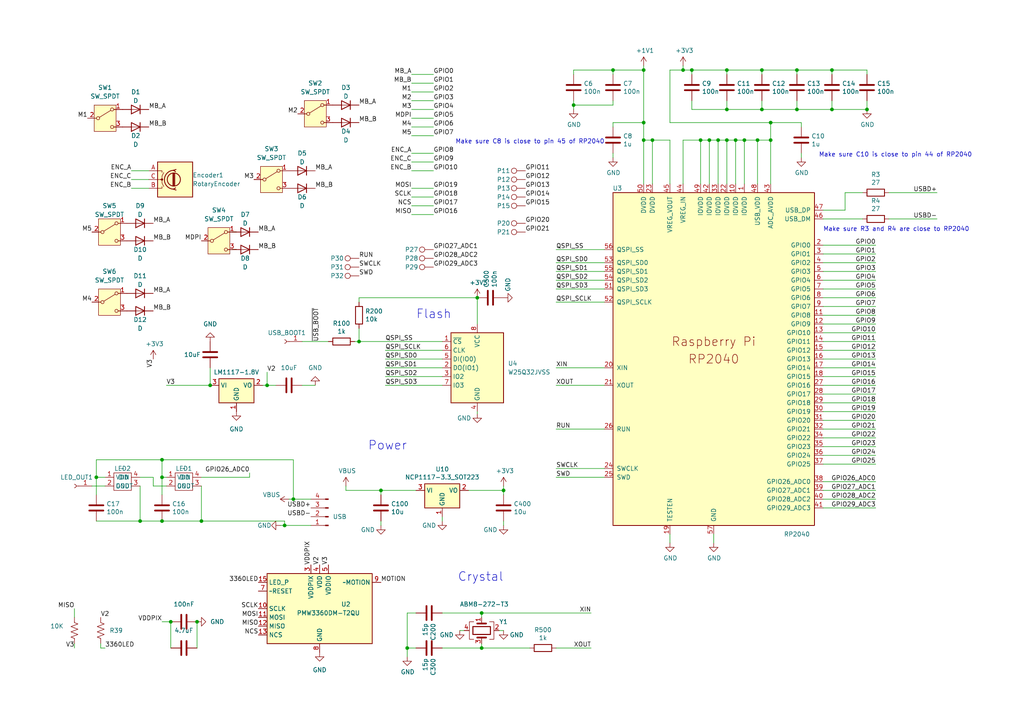
<source format=kicad_sch>
(kicad_sch (version 20231120) (generator "eeschema") (generator_version "8.0")
  (paper "A4")
  (lib_symbols
    (symbol "Connector:Conn_01x01_Socket" (pin_names (offset 1.016) hide)
      (property "Reference" "J" (at 0 2.54 0))
      (property "Value" "Conn_01x01_Socket" (at 0 -2.54 0))
      (symbol "Conn_01x01_Socket_1_1"
        (pin passive line (at -5.08 0 0) (length 3.81) (name "Pin_1") (number "1"))
      )
    )
    (symbol "Connector:Conn_01x04_Pin" (pin_names (offset 1.016) hide)
      (property "Reference" "J" (at 0 5.08 0))
      (property "Value" "Conn_01x04_Pin" (at 0 -7.62 0))
      (symbol "Conn_01x04_Pin_1_1"
        (pin passive line (at 5.08 2.54 180) (length 3.81) (name "Pin_1") (number "1"))
        (pin passive line (at 5.08 0 180) (length 3.81) (name "Pin_2") (number "2"))
        (pin passive line (at 5.08 -2.54 180) (length 3.81) (name "Pin_3") (number "3"))
        (pin passive line (at 5.08 -5.08 180) (length 3.81) (name "Pin_4") (number "4"))
      )
    )
    (symbol "Connector:TestPoint" (pin_numbers hide) (pin_names (offset 0.762) hide)
      (property "Reference" "TP" (at 0 6.858 0))
      (property "Value" "TestPoint" (at 0 5.08 0))
      (symbol "TestPoint_1_1"
        (pin passive line (at 0 0 90) (length 2.54) (name "1") (number "1"))
      )
    )
    (symbol "Device:C" (pin_numbers hide) (pin_names (offset 0.254))
      (property "Reference" "C" (at 0.635 2.54 0))
      (property "Value" "C" (at 0.635 -2.54 0))
      (symbol "C_1_1"
        (pin passive line (at 0 3.81 270) (length 2.794) (name "~") (number "1"))
        (pin passive line (at 0 -3.81 90) (length 2.794) (name "~") (number "2"))
      )
    )
    (symbol "Device:Crystal_GND24" (pin_names (offset 1.016) hide)
      (property "Reference" "Y" (at 3.175 5.08 0))
      (property "Value" "Crystal_GND24" (at 3.175 3.175 0))
      (symbol "Crystal_GND24_1_1"
        (pin passive line (at -3.81 0 0) (length 1.27) (name "1") (number "1"))
        (pin passive line (at 0 5.08 270) (length 1.27) (name "2") (number "2"))
        (pin passive line (at 3.81 0 180) (length 1.27) (name "3") (number "3"))
        (pin passive line (at 0 -5.08 90) (length 1.27) (name "4") (number "4"))
      )
    )
    (symbol "Device:D" (pin_numbers hide) (pin_names (offset 1.016) hide)
      (property "Reference" "D" (at 0 2.54 0))
      (property "Value" "D" (at 0 -2.54 0))
      (symbol "D_1_1"
        (pin passive line (at -3.81 0 0) (length 2.54) (name "K") (number "1"))
        (pin passive line (at 3.81 0 180) (length 2.54) (name "A") (number "2"))
      )
    )
    (symbol "Device:R" (pin_numbers hide) (pin_names (offset 0))
      (property "Reference" "R" (at 2.032 0 90))
      (property "Value" "R" (at 0 0 90))
      (symbol "R_1_1"
        (pin passive line (at 0 3.81 270) (length 1.27) (name "~") (number "1"))
        (pin passive line (at 0 -3.81 90) (length 1.27) (name "~") (number "2"))
      )
    )
    (symbol "Device:R_US" (pin_numbers hide) (pin_names (offset 0))
      (property "Reference" "R" (at 2.54 0 90))
      (property "Value" "R_US" (at -2.54 0 90))
      (symbol "R_US_1_1"
        (pin passive line (at 0 3.81 270) (length 1.27) (name "~") (number "1"))
        (pin passive line (at 0 -3.81 90) (length 1.27) (name "~") (number "2"))
      )
    )
    (symbol "Device:RotaryEncoder" (pin_names (offset 0.254) hide)
      (property "Reference" "SW" (at 0 6.604 0))
      (property "Value" "RotaryEncoder" (at 0 -6.604 0))
      (symbol "RotaryEncoder_1_1"
        (pin passive line (at -7.62 2.54 0) (length 2.54) (name "A") (number "A"))
        (pin passive line (at -7.62 -2.54 0) (length 2.54) (name "B") (number "B"))
        (pin passive line (at -7.62 0 0) (length 2.54) (name "C") (number "C"))
      )
    )
    (symbol "MCU_RaspberryPi_RP2040:RP2040" (pin_names (offset 1.016))
      (property "Reference" "U" (at -29.21 49.53 0))
      (property "Value" "RP2040" (at 24.13 -49.53 0))
      (symbol "RP2040_0_0"
        (text "Raspberry Pi" (at 0 5.08 0) (effects (font (size 2.54 2.54))))
        (text "RP2040" (at 0 0 0) (effects (font (size 2.54 2.54))))
      )
      (symbol "RP2040_1_1"
        (pin power_in line (at 8.89 50.8 270) (length 2.54) (name "IOVDD") (number "1"))
        (pin power_in line (at 6.35 50.8 270) (length 2.54) (name "IOVDD") (number "10"))
        (pin bidirectional line (at 31.75 12.7 180) (length 2.54) (name "GPIO8") (number "11"))
        (pin bidirectional line (at 31.75 10.16 180) (length 2.54) (name "GPIO9") (number "12"))
        (pin bidirectional line (at 31.75 7.62 180) (length 2.54) (name "GPIO10") (number "13"))
        (pin bidirectional line (at 31.75 5.08 180) (length 2.54) (name "GPIO11") (number "14"))
        (pin bidirectional line (at 31.75 2.54 180) (length 2.54) (name "GPIO12") (number "15"))
        (pin bidirectional line (at 31.75 0 180) (length 2.54) (name "GPIO13") (number "16"))
        (pin bidirectional line (at 31.75 -2.54 180) (length 2.54) (name "GPIO14") (number "17"))
        (pin bidirectional line (at 31.75 -5.08 180) (length 2.54) (name "GPIO15") (number "18"))
        (pin passive line (at -12.7 -50.8 90) (length 2.54) (name "TESTEN") (number "19"))
        (pin bidirectional line (at 31.75 33.02 180) (length 2.54) (name "GPIO0") (number "2"))
        (pin input line (at -31.75 -2.54 0) (length 2.54) (name "XIN") (number "20"))
        (pin passive line (at -31.75 -7.62 0) (length 2.54) (name "XOUT") (number "21"))
        (pin power_in line (at 3.81 50.8 270) (length 2.54) (name "IOVDD") (number "22"))
        (pin power_in line (at -17.78 50.8 270) (length 2.54) (name "DVDD") (number "23"))
        (pin output line (at -31.75 -31.75 0) (length 2.54) (name "SWCLK") (number "24"))
        (pin bidirectional line (at -31.75 -34.29 0) (length 2.54) (name "SWD") (number "25"))
        (pin input line (at -31.75 -20.32 0) (length 2.54) (name "RUN") (number "26"))
        (pin bidirectional line (at 31.75 -7.62 180) (length 2.54) (name "GPIO16") (number "27"))
        (pin bidirectional line (at 31.75 -10.16 180) (length 2.54) (name "GPIO17") (number "28"))
        (pin bidirectional line (at 31.75 -12.7 180) (length 2.54) (name "GPIO18") (number "29"))
        (pin bidirectional line (at 31.75 30.48 180) (length 2.54) (name "GPIO1") (number "3"))
        (pin bidirectional line (at 31.75 -15.24 180) (length 2.54) (name "GPIO19") (number "30"))
        (pin bidirectional line (at 31.75 -17.78 180) (length 2.54) (name "GPIO20") (number "31"))
        (pin bidirectional line (at 31.75 -20.32 180) (length 2.54) (name "GPIO21") (number "32"))
        (pin power_in line (at 1.27 50.8 270) (length 2.54) (name "IOVDD") (number "33"))
        (pin bidirectional line (at 31.75 -22.86 180) (length 2.54) (name "GPIO22") (number "34"))
        (pin bidirectional line (at 31.75 -25.4 180) (length 2.54) (name "GPIO23") (number "35"))
        (pin bidirectional line (at 31.75 -27.94 180) (length 2.54) (name "GPIO24") (number "36"))
        (pin bidirectional line (at 31.75 -30.48 180) (length 2.54) (name "GPIO25") (number "37"))
        (pin bidirectional line (at 31.75 -35.56 180) (length 2.54) (name "GPIO26_ADC0") (number "38"))
        (pin bidirectional line (at 31.75 -38.1 180) (length 2.54) (name "GPIO27_ADC1") (number "39"))
        (pin bidirectional line (at 31.75 27.94 180) (length 2.54) (name "GPIO2") (number "4"))
        (pin bidirectional line (at 31.75 -40.64 180) (length 2.54) (name "GPIO28_ADC2") (number "40"))
        (pin bidirectional line (at 31.75 -43.18 180) (length 2.54) (name "GPIO29_ADC3") (number "41"))
        (pin power_in line (at -1.27 50.8 270) (length 2.54) (name "IOVDD") (number "42"))
        (pin power_in line (at 16.51 50.8 270) (length 2.54) (name "ADC_AVDD") (number "43"))
        (pin power_in line (at -8.89 50.8 270) (length 2.54) (name "VREG_IN") (number "44"))
        (pin power_out line (at -12.7 50.8 270) (length 2.54) (name "VREG_VOUT") (number "45"))
        (pin bidirectional line (at 31.75 40.64 180) (length 2.54) (name "USB_DM") (number "46"))
        (pin bidirectional line (at 31.75 43.18 180) (length 2.54) (name "USB_DP") (number "47"))
        (pin power_in line (at 12.7 50.8 270) (length 2.54) (name "USB_VDD") (number "48"))
        (pin power_in line (at -3.81 50.8 270) (length 2.54) (name "IOVDD") (number "49"))
        (pin bidirectional line (at 31.75 25.4 180) (length 2.54) (name "GPIO3") (number "5"))
        (pin power_in line (at -20.32 50.8 270) (length 2.54) (name "DVDD") (number "50"))
        (pin bidirectional line (at -31.75 20.32 0) (length 2.54) (name "QSPI_SD3") (number "51"))
        (pin output line (at -31.75 16.51 0) (length 2.54) (name "QSPI_SCLK") (number "52"))
        (pin bidirectional line (at -31.75 27.94 0) (length 2.54) (name "QSPI_SD0") (number "53"))
        (pin bidirectional line (at -31.75 22.86 0) (length 2.54) (name "QSPI_SD2") (number "54"))
        (pin bidirectional line (at -31.75 25.4 0) (length 2.54) (name "QSPI_SD1") (number "55"))
        (pin bidirectional line (at -31.75 31.75 0) (length 2.54) (name "QSPI_SS") (number "56"))
        (pin power_in line (at 0 -50.8 90) (length 2.54) (name "GND") (number "57"))
        (pin bidirectional line (at 31.75 22.86 180) (length 2.54) (name "GPIO4") (number "6"))
        (pin bidirectional line (at 31.75 20.32 180) (length 2.54) (name "GPIO5") (number "7"))
        (pin bidirectional line (at 31.75 17.78 180) (length 2.54) (name "GPIO6") (number "8"))
        (pin bidirectional line (at 31.75 15.24 180) (length 2.54) (name "GPIO7") (number "9"))
      )
    )
    (symbol "Memory_Flash:W25Q32JVSS"
      (property "Reference" "U" (at -6.35 11.43 0))
      (property "Value" "W25Q32JVSS" (at 7.62 11.43 0))
      (symbol "W25Q32JVSS_1_1"
        (pin input line (at -10.16 7.62 0) (length 2.54) (name "~{CS}") (number "1"))
        (pin bidirectional line (at -10.16 0 0) (length 2.54) (name "DO(IO1)") (number "2"))
        (pin bidirectional line (at -10.16 -2.54 0) (length 2.54) (name "IO2") (number "3"))
        (pin power_in line (at 0 -12.7 90) (length 2.54) (name "GND") (number "4"))
        (pin bidirectional line (at -10.16 2.54 0) (length 2.54) (name "DI(IO0)") (number "5"))
        (pin input line (at -10.16 5.08 0) (length 2.54) (name "CLK") (number "6"))
        (pin bidirectional line (at -10.16 -5.08 0) (length 2.54) (name "IO3") (number "7"))
        (pin power_in line (at 0 12.7 270) (length 2.54) (name "VCC") (number "8"))
      )
    )
    (symbol "New_Library_0:LED_SK6812-EC20"
      (property "Reference" "LED" (at 0 0 0))
      (symbol "LED_SK6812-EC20_1_1"
        (pin power_in line (at -5.08 1.27 0) (length 2.54) (name "VDD") (number "1"))
        (pin bidirectional line (at -5.08 -1.27 0) (length 2.54) (name "DOUT") (number "2"))
        (pin power_in line (at 5.08 -1.27 180) (length 2.54) (name "GND") (number "3"))
        (pin bidirectional line (at 5.08 1.27 180) (length 2.54) (name "DIN") (number "4"))
      )
    )
    (symbol "Regulator_Linear:AP1117-18"
      (property "Reference" "U" (at -3.81 3.175 0))
      (property "Value" "AP1117-18" (at 0 3.175 0))
      (symbol "AP1117-18_1_1"
        (pin power_in line (at 0 -7.62 90) (length 2.54) (name "GND") (number "1"))
        (pin power_out line (at 7.62 0 180) (length 2.54) (name "VO") (number "2"))
        (pin power_in line (at -7.62 0 0) (length 2.54) (name "VI") (number "3"))
      )
    )
    (symbol "Regulator_Linear:NCP1117-3.3_SOT223"
      (property "Reference" "U" (at -3.81 3.175 0))
      (property "Value" "NCP1117-3.3_SOT223" (at 0 3.175 0))
      (symbol "NCP1117-3.3_SOT223_1_1"
        (pin power_in line (at 0 -7.62 90) (length 2.54) (name "GND") (number "1"))
        (pin power_out line (at 7.62 0 180) (length 2.54) (name "VO") (number "2"))
        (pin power_in line (at -7.62 0 0) (length 2.54) (name "VI") (number "3"))
      )
    )
    (symbol "Switch:SW_SPDT" (pin_names (offset 0) hide)
      (property "Reference" "SW" (at 0 5.08 0))
      (property "Value" "SW_SPDT" (at 0 -5.08 0))
      (symbol "SW_SPDT_1_1"
        (pin passive line (at 5.08 2.54 180) (length 2.54) (name "A") (number "1"))
        (pin passive line (at -5.08 0 0) (length 2.54) (name "B") (number "2"))
        (pin passive line (at 5.08 -2.54 180) (length 2.54) (name "C") (number "3"))
      )
    )
    (symbol "_New_Library:PMW3360DM-T2QU"
      (property "Reference" "U" (at -5.08 13.335 0))
      (property "Value" "PMW3360DM-T2QU" (at -5.08 11.43 0))
      (symbol "PMW3360DM-T2QU_1_1"
        (pin no_connect line (at 15.24 2.54 180) (length 2.54) hide (name "NA") (number "1"))
        (pin input line (at -17.78 0 0) (length 2.54) (name "SCLK") (number "10"))
        (pin input line (at -17.78 -2.54 0) (length 2.54) (name "MOSI") (number "11"))
        (pin output line (at -17.78 -5.08 0) (length 2.54) (name "MISO") (number "12"))
        (pin input line (at -17.78 -7.62 0) (length 2.54) (name "NCS") (number "13"))
        (pin no_connect line (at 15.24 -5.08 180) (length 2.54) hide (name "NA") (number "14"))
        (pin input line (at -17.78 7.62 0) (length 2.54) (name "LED_P") (number "15"))
        (pin no_connect line (at 15.24 -7.62 180) (length 2.54) hide (name "NA") (number "16"))
        (pin no_connect line (at 15.24 0 180) (length 2.54) hide (name "NA") (number "2"))
        (pin power_out line (at -2.54 12.7 270) (length 2.54) (name "VDDPIX") (number "3"))
        (pin power_in line (at 0 12.7 270) (length 2.54) (name "VDD") (number "4"))
        (pin power_in line (at 2.54 12.7 270) (length 2.54) (name "VDDIO") (number "5"))
        (pin no_connect line (at 15.24 -2.54 180) (length 2.54) hide (name "NA") (number "6"))
        (pin input line (at -17.78 5.08 0) (length 2.54) (name "~RESET") (number "7"))
        (pin power_in line (at 0 -12.7 90) (length 2.54) (name "GND") (number "8"))
        (pin output line (at 17.78 7.62 180) (length 2.54) (name "~MOTION") (number "9"))
      )
    )
    (symbol "power:+1V1" (power) (pin_names (offset 0))
      (property "Value" "+1V1" (at 0 3.556 0))
      (symbol "+1V1_1_1"
        (pin power_in line (at 0 0 90) (length 0) hide (name "+1V1") (number "1"))
      )
    )
    (symbol "power:+3V3" (power) (pin_names (offset 0))
      (property "Value" "+3V3" (at 0 3.556 0))
      (symbol "+3V3_1_1"
        (pin power_in line (at 0 0 90) (length 0) hide (name "+3V3") (number "1"))
      )
    )
    (symbol "power:GND" (power) (pin_names (offset 0))
      (property "Value" "GND" (at 0 -3.81 0))
      (symbol "GND_1_1"
        (pin power_in line (at 0 0 270) (length 0) hide (name "GND") (number "1"))
      )
    )
    (symbol "power:VBUS" (power) (pin_names (offset 0))
      (property "Value" "VBUS" (at 0 3.81 0))
      (symbol "VBUS_1_1"
        (pin power_in line (at 0 0 90) (length 0) hide (name "VBUS") (number "1"))
      )
    )
  )
  (junction (at 210.82 40.64))
  (junction (at 208.28 40.64))
  (junction (at 27.94 138.43))
  (junction (at 200.66 20.32))
  (junction (at 186.69 35.56))
  (junction (at 223.52 35.56))
  (junction (at 177.8 20.32))
  (junction (at 46.99 151.13))
  (junction (at 251.46 31.75))
  (junction (at 118.11 187.96))
  (junction (at 46.99 133.35))
  (junction (at 139.7 177.8))
  (junction (at 186.69 40.64))
  (junction (at 220.98 20.32))
  (junction (at 189.23 40.64))
  (junction (at 213.36 40.64))
  (junction (at 77.47 111.76))
  (junction (at 166.37 30.48))
  (junction (at 231.14 31.75))
  (junction (at 146.05 142.24))
  (junction (at 198.12 20.32))
  (junction (at 139.7 187.96))
  (junction (at 85.09 144.78))
  (junction (at 60.96 111.76))
  (junction (at 40.64 151.13))
  (junction (at 241.3 31.75))
  (junction (at 82.55 152.4))
  (junction (at 186.69 20.32))
  (junction (at 46.99 138.43))
  (junction (at 57.15 180.34))
  (junction (at 241.3 20.32))
  (junction (at 210.82 20.32))
  (junction (at 110.49 142.24))
  (junction (at 49.53 180.34))
  (junction (at 210.82 31.75))
  (junction (at 58.42 151.13))
  (junction (at 220.98 31.75))
  (junction (at 215.9 40.64))
  (junction (at 223.52 40.64))
  (junction (at 104.14 99.06))
  (junction (at 138.43 86.36))
  (junction (at 205.74 40.64))
  (junction (at 203.2 40.64))
  (junction (at 231.14 20.32))
  (junction (at 219.71 40.64))
  (wire (pts (xy 81.28 152.4) (xy 82.55 152.4)))
  (wire (pts (xy 186.69 40.64) (xy 186.69 53.34)))
  (wire (pts (xy 238.76 96.52) (xy 254 96.52)))
  (wire (pts (xy 166.37 30.48) (xy 177.8 30.48)))
  (wire (pts (xy 245.11 55.88) (xy 245.11 60.96)))
  (wire (pts (xy 100.33 142.24) (xy 110.49 142.24)))
  (wire (pts (xy 220.98 20.32) (xy 231.14 20.32)))
  (wire (pts (xy 30.48 138.43) (xy 27.94 138.43)))
  (wire (pts (xy 198.12 20.32) (xy 200.66 20.32)))
  (wire (pts (xy 215.9 40.64) (xy 219.71 40.64)))
  (wire (pts (xy 48.26 140.97) (xy 44.45 140.97)))
  (wire (pts (xy 119.38 46.99) (xy 125.73 46.99)))
  (wire (pts (xy 128.27 111.76) (xy 111.76 111.76)))
  (wire (pts (xy 220.98 21.59) (xy 220.98 20.32)))
  (wire (pts (xy 241.3 31.75) (xy 251.46 31.75)))
  (wire (pts (xy 186.69 19.05) (xy 186.69 20.32)))
  (wire (pts (xy 238.76 109.22) (xy 254 109.22)))
  (wire (pts (xy 85.09 144.78) (xy 90.17 144.78)))
  (wire (pts (xy 43.18 49.53) (xy 38.1 49.53)))
  (wire (pts (xy 231.14 31.75) (xy 241.3 31.75)))
  (wire (pts (xy 110.49 151.13) (xy 110.49 152.4)))
  (wire (pts (xy 238.76 134.62) (xy 254 134.62)))
  (wire (pts (xy 203.2 40.64) (xy 205.74 40.64)))
  (wire (pts (xy 102.87 99.06) (xy 104.14 99.06)))
  (wire (pts (xy 46.99 133.35) (xy 85.09 133.35)))
  (wire (pts (xy 238.76 129.54) (xy 254 129.54)))
  (wire (pts (xy 100.33 140.97) (xy 100.33 142.24)))
  (wire (pts (xy 82.55 151.13) (xy 82.55 152.4)))
  (wire (pts (xy 238.76 63.5) (xy 250.19 63.5)))
  (wire (pts (xy 48.26 111.76) (xy 60.96 111.76)))
  (wire (pts (xy 44.45 140.97) (xy 44.45 138.43)))
  (wire (pts (xy 238.76 71.12) (xy 254 71.12)))
  (wire (pts (xy 111.76 101.6) (xy 128.27 101.6)))
  (wire (pts (xy 46.99 151.13) (xy 58.42 151.13)))
  (wire (pts (xy 257.81 55.88) (xy 271.78 55.88)))
  (wire (pts (xy 194.31 53.34) (xy 194.31 40.64)))
  (wire (pts (xy 68.58 67.31) (xy 67.31 67.31)))
  (wire (pts (xy 220.98 29.21) (xy 220.98 31.75)))
  (wire (pts (xy 238.76 76.2) (xy 254 76.2)))
  (wire (pts (xy 110.49 143.51) (xy 110.49 142.24)))
  (wire (pts (xy 186.69 35.56) (xy 186.69 40.64)))
  (wire (pts (xy 133.35 182.88) (xy 134.62 182.88)))
  (wire (pts (xy 77.47 111.76) (xy 76.2 111.76)))
  (wire (pts (xy 198.12 40.64) (xy 203.2 40.64)))
  (wire (pts (xy 166.37 20.32) (xy 177.8 20.32)))
  (wire (pts (xy 82.55 152.4) (xy 90.17 152.4)))
  (wire (pts (xy 238.76 144.78) (xy 254 144.78)))
  (wire (pts (xy 104.14 95.25) (xy 104.14 99.06)))
  (wire (pts (xy 166.37 29.21) (xy 166.37 30.48)))
  (wire (pts (xy 144.78 182.88) (xy 146.05 182.88)))
  (wire (pts (xy 161.29 83.82) (xy 175.26 83.82)))
  (wire (pts (xy 128.27 177.8) (xy 139.7 177.8)))
  (wire (pts (xy 146.05 143.51) (xy 146.05 142.24)))
  (wire (pts (xy 223.52 40.64) (xy 223.52 53.34)))
  (wire (pts (xy 119.38 24.13) (xy 125.73 24.13)))
  (wire (pts (xy 177.8 20.32) (xy 186.69 20.32)))
  (wire (pts (xy 87.63 99.06) (xy 95.25 99.06)))
  (wire (pts (xy 223.52 35.56) (xy 232.41 35.56)))
  (wire (pts (xy 138.43 120.015) (xy 138.43 119.38)))
  (wire (pts (xy 208.28 53.34) (xy 208.28 40.64)))
  (wire (pts (xy 29.21 187.96) (xy 30.48 187.96)))
  (wire (pts (xy 27.94 138.43) (xy 27.94 133.35)))
  (wire (pts (xy 210.82 20.32) (xy 220.98 20.32)))
  (wire (pts (xy 186.69 20.32) (xy 186.69 35.56)))
  (wire (pts (xy 219.71 40.64) (xy 223.52 40.64)))
  (wire (pts (xy 161.29 78.74) (xy 175.26 78.74)))
  (wire (pts (xy 175.26 124.46) (xy 161.29 124.46)))
  (wire (pts (xy 119.38 59.69) (xy 125.73 59.69)))
  (wire (pts (xy 241.3 21.59) (xy 241.3 20.32)))
  (wire (pts (xy 205.74 40.64) (xy 208.28 40.64)))
  (wire (pts (xy 128.27 106.68) (xy 111.76 106.68)))
  (wire (pts (xy 200.66 21.59) (xy 200.66 20.32)))
  (wire (pts (xy 194.31 20.32) (xy 198.12 20.32)))
  (wire (pts (xy 29.21 186.69) (xy 29.21 187.96)))
  (wire (pts (xy 215.9 40.64) (xy 215.9 53.34)))
  (wire (pts (xy 40.64 140.97) (xy 40.64 151.13)))
  (wire (pts (xy 205.74 53.34) (xy 205.74 40.64)))
  (wire (pts (xy 21.59 187.96) (xy 21.59 186.69)))
  (wire (pts (xy 139.7 186.69) (xy 139.7 187.96)))
  (wire (pts (xy 118.11 187.96) (xy 118.11 190.5)))
  (wire (pts (xy 238.76 60.96) (xy 245.11 60.96)))
  (wire (pts (xy 128.27 149.86) (xy 128.27 151.13)))
  (wire (pts (xy 175.26 111.76) (xy 161.29 111.76)))
  (wire (pts (xy 175.26 72.39) (xy 161.29 72.39)))
  (wire (pts (xy 161.29 187.96) (xy 171.45 187.96)))
  (wire (pts (xy 135.89 142.24) (xy 146.05 142.24)))
  (wire (pts (xy 49.53 180.34) (xy 49.53 187.96)))
  (wire (pts (xy 83.82 144.78) (xy 85.09 144.78)))
  (wire (pts (xy 238.76 106.68) (xy 254 106.68)))
  (wire (pts (xy 238.76 86.36) (xy 254 86.36)))
  (wire (pts (xy 87.63 111.76) (xy 91.44 111.76)))
  (wire (pts (xy 26.67 140.97) (xy 30.48 140.97)))
  (wire (pts (xy 177.8 30.48) (xy 177.8 29.21)))
  (wire (pts (xy 210.82 21.59) (xy 210.82 20.32)))
  (wire (pts (xy 238.76 139.7) (xy 254 139.7)))
  (wire (pts (xy 21.59 176.53) (xy 21.59 179.07)))
  (wire (pts (xy 223.52 35.56) (xy 223.52 40.64)))
  (wire (pts (xy 58.42 151.13) (xy 58.42 140.97)))
  (wire (pts (xy 238.76 88.9) (xy 254 88.9)))
  (wire (pts (xy 177.8 36.83) (xy 177.8 35.56)))
  (wire (pts (xy 128.27 109.22) (xy 111.76 109.22)))
  (wire (pts (xy 119.38 26.67) (xy 125.73 26.67)))
  (wire (pts (xy 210.82 31.75) (xy 200.66 31.75)))
  (wire (pts (xy 72.39 138.43) (xy 58.42 138.43)))
  (wire (pts (xy 238.76 147.32) (xy 254 147.32)))
  (wire (pts (xy 210.82 29.21) (xy 210.82 31.75)))
  (wire (pts (xy 200.66 20.32) (xy 210.82 20.32)))
  (wire (pts (xy 189.23 53.34) (xy 189.23 40.64)))
  (wire (pts (xy 72.39 138.43) (xy 72.39 137.16)))
  (wire (pts (xy 119.38 36.83) (xy 125.73 36.83)))
  (wire (pts (xy 120.65 142.24) (xy 110.49 142.24)))
  (wire (pts (xy 241.3 29.21) (xy 241.3 31.75)))
  (wire (pts (xy 194.31 20.32) (xy 194.31 35.56)))
  (wire (pts (xy 232.41 44.45) (xy 232.41 45.72)))
  (wire (pts (xy 238.76 91.44) (xy 254 91.44)))
  (wire (pts (xy 213.36 53.34) (xy 213.36 40.64)))
  (wire (pts (xy 128.27 187.96) (xy 139.7 187.96)))
  (wire (pts (xy 120.65 187.96) (xy 118.11 187.96)))
  (wire (pts (xy 139.7 187.96) (xy 153.67 187.96)))
  (wire (pts (xy 238.76 78.74) (xy 254 78.74)))
  (wire (pts (xy 175.26 138.43) (xy 161.29 138.43)))
  (wire (pts (xy 208.28 40.64) (xy 210.82 40.64)))
  (wire (pts (xy 238.76 116.84) (xy 254 116.84)))
  (wire (pts (xy 210.82 31.75) (xy 220.98 31.75)))
  (wire (pts (xy 46.99 138.43) (xy 46.99 143.51)))
  (wire (pts (xy 40.64 151.13) (xy 46.99 151.13)))
  (wire (pts (xy 175.26 87.63) (xy 161.29 87.63)))
  (wire (pts (xy 207.01 154.94) (xy 207.01 157.48)))
  (wire (pts (xy 77.47 107.95) (xy 77.47 111.76)))
  (wire (pts (xy 177.8 35.56) (xy 186.69 35.56)))
  (wire (pts (xy 119.38 31.75) (xy 125.73 31.75)))
  (wire (pts (xy 119.38 29.21) (xy 125.73 29.21)))
  (wire (pts (xy 238.76 114.3) (xy 254 114.3)))
  (wire (pts (xy 128.27 104.14) (xy 111.76 104.14)))
  (wire (pts (xy 57.15 180.34) (xy 57.15 187.96)))
  (wire (pts (xy 80.01 111.76) (xy 77.47 111.76)))
  (wire (pts (xy 200.66 29.21) (xy 200.66 31.75)))
  (wire (pts (xy 220.98 31.75) (xy 231.14 31.75)))
  (wire (pts (xy 46.99 138.43) (xy 46.99 133.35)))
  (wire (pts (xy 194.31 154.94) (xy 194.31 157.48)))
  (wire (pts (xy 238.76 119.38) (xy 254 119.38)))
  (wire (pts (xy 120.65 177.8) (xy 118.11 177.8)))
  (wire (pts (xy 238.76 99.06) (xy 254 99.06)))
  (wire (pts (xy 198.12 19.05) (xy 198.12 20.32)))
  (wire (pts (xy 238.76 124.46) (xy 254 124.46)))
  (wire (pts (xy 231.14 20.32) (xy 241.3 20.32)))
  (wire (pts (xy 43.18 52.07) (xy 38.1 52.07)))
  (wire (pts (xy 119.38 44.45) (xy 125.73 44.45)))
  (wire (pts (xy 189.23 40.64) (xy 186.69 40.64)))
  (wire (pts (xy 119.38 49.53) (xy 125.73 49.53)))
  (wire (pts (xy 257.81 63.5) (xy 271.78 63.5)))
  (wire (pts (xy 48.26 138.43) (xy 46.99 138.43)))
  (wire (pts (xy 238.76 104.14) (xy 254 104.14)))
  (wire (pts (xy 118.11 177.8) (xy 118.11 187.96)))
  (wire (pts (xy 60.96 106.68) (xy 60.96 111.76)))
  (wire (pts (xy 139.7 179.07) (xy 139.7 177.8)))
  (wire (pts (xy 161.29 76.2) (xy 175.26 76.2)))
  (wire (pts (xy 138.43 86.36) (xy 138.43 93.98)))
  (wire (pts (xy 27.94 138.43) (xy 27.94 143.51)))
  (wire (pts (xy 210.82 40.64) (xy 213.36 40.64)))
  (wire (pts (xy 238.76 93.98) (xy 254 93.98)))
  (wire (pts (xy 238.76 111.76) (xy 254 111.76)))
  (wire (pts (xy 85.09 133.35) (xy 85.09 144.78)))
  (wire (pts (xy 166.37 21.59) (xy 166.37 20.32)))
  (wire (pts (xy 119.38 21.59) (xy 125.73 21.59)))
  (wire (pts (xy 245.11 55.88) (xy 250.19 55.88)))
  (wire (pts (xy 166.37 30.48) (xy 166.37 31.75)))
  (wire (pts (xy 251.46 29.21) (xy 251.46 31.75)))
  (wire (pts (xy 27.94 133.35) (xy 46.99 133.35)))
  (wire (pts (xy 161.29 106.68) (xy 175.26 106.68)))
  (wire (pts (xy 119.38 62.23) (xy 125.73 62.23)))
  (wire (pts (xy 238.76 101.6) (xy 254 101.6)))
  (wire (pts (xy 119.38 34.29) (xy 125.73 34.29)))
  (wire (pts (xy 58.42 151.13) (xy 82.55 151.13)))
  (wire (pts (xy 27.94 151.13) (xy 40.64 151.13)))
  (wire (pts (xy 44.45 138.43) (xy 40.64 138.43)))
  (wire (pts (xy 232.41 36.83) (xy 232.41 35.56)))
  (wire (pts (xy 68.58 72.39) (xy 67.31 72.39)))
  (wire (pts (xy 161.29 81.28) (xy 175.26 81.28)))
  (wire (pts (xy 119.38 54.61) (xy 125.73 54.61)))
  (wire (pts (xy 238.76 83.82) (xy 254 83.82)))
  (wire (pts (xy 238.76 127) (xy 254 127)))
  (wire (pts (xy 238.76 73.66) (xy 254 73.66)))
  (wire (pts (xy 241.3 20.32) (xy 251.46 20.32)))
  (wire (pts (xy 213.36 40.64) (xy 215.9 40.64)))
  (wire (pts (xy 104.14 99.06) (xy 128.27 99.06)))
  (wire (pts (xy 203.2 53.34) (xy 203.2 40.64)))
  (wire (pts (xy 194.31 35.56) (xy 223.52 35.56)))
  (wire (pts (xy 210.82 53.34) (xy 210.82 40.64)))
  (wire (pts (xy 177.8 21.59) (xy 177.8 20.32)))
  (wire (pts (xy 194.31 40.64) (xy 189.23 40.64)))
  (wire (pts (xy 119.38 39.37) (xy 125.73 39.37)))
  (wire (pts (xy 46.99 180.34) (xy 49.53 180.34)))
  (wire (pts (xy 251.46 21.59) (xy 251.46 20.32)))
  (wire (pts (xy 119.38 57.15) (xy 125.73 57.15)))
  (wire (pts (xy 43.18 54.61) (xy 38.1 54.61)))
  (wire (pts (xy 231.14 29.21) (xy 231.14 31.75)))
  (wire (pts (xy 238.76 121.92) (xy 254 121.92)))
  (wire (pts (xy 238.76 132.08) (xy 254 132.08)))
  (wire (pts (xy 219.71 53.34) (xy 219.71 40.64)))
  (wire (pts (xy 231.14 21.59) (xy 231.14 20.32)))
  (wire (pts (xy 175.26 135.89) (xy 161.29 135.89)))
  (wire (pts (xy 198.12 53.34) (xy 198.12 40.64)))
  (wire (pts (xy 177.8 44.45) (xy 177.8 45.72)))
  (wire (pts (xy 146.05 151.13) (xy 146.05 152.4)))
  (wire (pts (xy 104.14 87.63) (xy 104.14 86.36)))
  (wire (pts (xy 104.14 86.36) (xy 138.43 86.36)))
  (wire (pts (xy 146.05 142.24) (xy 146.05 140.97)))
  (wire (pts (xy 238.76 142.24) (xy 254 142.24)))
  (wire (pts (xy 238.76 81.28) (xy 254 81.28)))
  (wire (pts (xy 139.7 177.8) (xy 171.45 177.8)))
  (text "Power" (at 106.68 130.81 0) (effects (font (size 2.54 2.54)) (justify left bottom)))
  (text "Crystal" (at 132.715 168.91 0) (effects (font (size 2.54 2.54)) (justify left bottom)))
  (text "Make sure C8 is close to pin 45 of RP2040" (at 132.08 41.91 0) (effects (font (size 1.27 1.27)) (justify left bottom)))
  (text "Make sure C10 is close to pin 44 of RP2040" (at 237.49 45.72 0) (effects (font (size 1.27 1.27)) (justify left bottom)))
  (text "Make sure R3 and R4 are close to RP2040" (at 238.76 67.31 0) (effects (font (size 1.27 1.27)) (justify left bottom)))
  (text "Flash" (at 120.65 92.71 0) (effects (font (size 2.54 2.54)) (justify left bottom)))
  (label "XOUT" (at 171.45 187.96 180))
  (label "ENC_B" (at 119.38 49.53 180))
  (label "M1" (at 119.38 26.67 180))
  (label "QSPI_SS" (at 111.76 99.06 0))
  (label "QSPI_SD3" (at 111.76 111.76 0))
  (label "M4" (at 119.38 36.83 180))
  (label "QSPI_SD2" (at 161.29 81.28 0))
  (label "USBD-" (at 271.78 63.5 180))
  (label "MOTION" (at 110.49 168.91 0))
  (label "GPIO4" (at 254 81.28 180))
  (label "GPIO7" (at 125.73 39.37 0))
  (label "RUN" (at 161.29 124.46 0))
  (label "MISO" (at 74.93 181.61 180))
  (label "USBD+" (at 90.17 147.32 180))
  (label "XOUT" (at 161.29 111.76 0))
  (label "V3" (at 44.45 104.14 270))
  (label "GPIO29_ADC3" (at 254 147.32 180))
  (label "V2" (at 92.71 163.83 90))
  (label "M5" (at 26.67 67.31 180))
  (label "QSPI_SD1" (at 161.29 78.74 0))
  (label "MB_A" (at 104.14 30.48 0))
  (label "GPIO13" (at 254 104.14 180))
  (label "GPIO18" (at 125.73 57.15 0))
  (label "GPIO6" (at 254 86.36 180))
  (label "USBD+" (at 271.78 55.88 180))
  (label "GPIO19" (at 125.73 54.61 0))
  (label "SWD" (at 161.29 138.43 0))
  (label "GPIO20" (at 254 121.92 180))
  (label "QSPI_SD1" (at 111.76 106.68 0))
  (label "QSPI_SD3" (at 161.29 83.82 0))
  (label "GPIO9" (at 125.73 46.99 0))
  (label "M4" (at 26.67 87.63 180))
  (label "MB_A" (at 74.93 67.31 0))
  (label "MB_B" (at 44.45 69.85 0))
  (label "GPIO18" (at 254 116.84 180))
  (label "GPIO25" (at 254 134.62 180))
  (label "GPIO10" (at 125.73 49.53 0))
  (label "GPIO17" (at 125.73 59.69 0))
  (label "ENC_B" (at 38.1 54.61 180))
  (label "MB_B" (at 74.93 72.39 0))
  (label "ENC_C" (at 119.38 46.99 180))
  (label "V2" (at 29.21 179.07 0))
  (label "GPIO0" (at 254 71.12 180))
  (label "GPIO8" (at 125.73 44.45 0))
  (label "RUN" (at 104.14 74.93 0))
  (label "GPIO21" (at 254 124.46 180))
  (label "GPIO11" (at 254 99.06 180))
  (label "M5" (at 119.38 39.37 180))
  (label "GPIO12" (at 152.4 52.07 0))
  (label "GPIO6" (at 125.73 36.83 0))
  (label "GPIO27_ADC1" (at 254 142.24 180))
  (label "GPIO14" (at 152.4 57.15 0))
  (label "NCS" (at 74.93 184.15 180))
  (label "GPIO1" (at 254 73.66 180))
  (label "XIN" (at 171.45 177.8 180))
  (label "MB_A" (at 43.18 31.75 0))
  (label "USBD-" (at 90.17 149.86 180))
  (label "M3" (at 73.66 52.07 180))
  (label "GPIO14" (at 254 106.68 180))
  (label "GPIO3" (at 254 78.74 180))
  (label "GPIO10" (at 254 96.52 180))
  (label "GPIO13" (at 152.4 54.61 0))
  (label "SWD" (at 104.14 80.01 0))
  (label "GPIO23" (at 254 129.54 180))
  (label "MOSI" (at 74.93 179.07 180))
  (label "MB_B" (at 91.44 54.61 0))
  (label "SWCLK" (at 161.29 135.89 0))
  (label "MB_A" (at 119.38 21.59 180))
  (label "V3" (at 95.25 163.83 90))
  (label "ENC_C" (at 38.1 52.07 180))
  (label "SWCLK" (at 104.14 77.47 0))
  (label "GPIO15" (at 152.4 59.69 0))
  (label "QSPI_SCLK" (at 161.29 87.63 0))
  (label "GPIO27_ADC1" (at 125.73 72.39 0))
  (label "GPIO1" (at 125.73 24.13 0))
  (label "M3" (at 119.38 31.75 180))
  (label "MB_B" (at 119.38 24.13 180))
  (label "QSPI_SD0" (at 161.29 76.2 0))
  (label "MB_A" (at 91.44 49.53 0))
  (label "GPIO17" (at 254 114.3 180))
  (label "ENC_A" (at 119.38 44.45 180))
  (label "GPIO2" (at 254 76.2 180))
  (label "NCS" (at 119.38 59.69 180))
  (label "GPIO9" (at 254 93.98 180))
  (label "SCLK" (at 74.93 176.53 180))
  (label "GPIO26_ADC0" (at 72.39 137.16 180))
  (label "GPIO15" (at 254 109.22 180))
  (label "MB_B" (at 104.14 35.56 0))
  (label "MDPI" (at 58.42 69.85 180))
  (label "3360LED" (at 30.48 187.96 0))
  (label "GPIO29_ADC3" (at 125.73 77.47 0))
  (label "GPIO12" (at 254 101.6 180))
  (label "GPIO24" (at 254 132.08 180))
  (label "GPIO5" (at 254 83.82 180))
  (label "GPIO22" (at 254 127 180))
  (label "GPIO19" (at 254 119.38 180))
  (label "M2" (at 86.36 33.02 180))
  (label "M2" (at 119.38 29.21 180))
  (label "QSPI_SS" (at 161.29 72.39 0))
  (label "3360LED" (at 74.93 168.91 180))
  (label "GPIO0" (at 125.73 21.59 0))
  (label "GPIO16" (at 125.73 62.23 0))
  (label "QSPI_SD2" (at 111.76 109.22 0))
  (label "QSPI_SD0" (at 111.76 104.14 0))
  (label "MISO" (at 21.59 176.53 180))
  (label "SCLK" (at 119.38 57.15 180))
  (label "MB_B" (at 43.18 36.83 0))
  (label "QSPI_SCLK" (at 111.76 101.6 0))
  (label "MB_B" (at 44.45 90.17 0))
  (label "GPIO2" (at 125.73 26.67 0))
  (label "MISO" (at 119.38 62.23 180))
  (label "M1" (at 25.4 34.29 180))
  (label "GPIO21" (at 152.4 67.31 0))
  (label "GPIO5" (at 125.73 34.29 0))
  (label "~{USB_BOOT}" (at 92.71 99.06 90))
  (label "V3" (at 21.59 187.96 180))
  (label "GPIO20" (at 152.4 64.77 0))
  (label "GPIO11" (at 152.4 49.53 0))
  (label "GPIO26_ADC0" (at 254 139.7 180))
  (label "VDDPIX" (at 90.17 163.83 90))
  (label "GPIO28_ADC2" (at 254 144.78 180))
  (label "ENC_A" (at 38.1 49.53 180))
  (label "GPIO16" (at 254 111.76 180))
  (label "GPIO8" (at 254 91.44 180))
  (label "V2" (at 77.47 107.95 0))
  (label "XIN" (at 161.29 106.68 0))
  (label "V3" (at 48.26 111.76 0))
  (label "MDPI" (at 119.38 34.29 180))
  (label "VDDPIX" (at 46.99 180.34 180))
  (label "GPIO3" (at 125.73 29.21 0))
  (label "MB_A" (at 44.45 64.77 0))
  (label "GPIO28_ADC2" (at 125.73 74.93 0))
  (label "GPIO4" (at 125.73 31.75 0))
  (label "MB_A" (at 44.45 85.09 0))
  (label "GPIO7" (at 254 88.9 180))
  (label "MOSI" (at 119.38 54.61 180))
  (symbol (lib_id "MCU_RaspberryPi_RP2040:RP2040") (at 207.01 104.14 0) (unit 1)
    (property "Reference" "U3" (at 179.07 54.61 0))
    (property "Value" "RP2040" (at 231.14 154.94 0))
    (property "Footprint" "Library:RP2040-QFN-56" (effects (hide yes)))
  )
  (symbol (lib_id "power:+3V3") (at 138.43 86.36 0) (unit 1)
    (property "Reference" "#PWR07" (effects (hide yes)))
    (property "Value" "+3V3" (at 138.811 81.9658 0))
  )
  (symbol (lib_id "power:GND") (at 138.43 120.015 0) (unit 1)
    (property "Reference" "#PWR08" (effects (hide yes)))
    (property "Value" "GND" (at 134.62 121.285 0))
  )
  (symbol (lib_id "Device:R") (at 104.14 91.44 0) (unit 1)
    (property "Reference" "R200" (at 105.918 90.2716 0) (effects (justify left)))
    (property "Value" "10k" (at 105.918 92.583 0) (effects (justify left)))
    (property "Footprint" "Resistor_SMD:R_0603_1608Metric" (effects (hide yes)))
  )
  (symbol (lib_id "Device:R") (at 99.06 99.06 270) (unit 1)
    (property "Reference" "R100" (at 99.06 93.8022 90))
    (property "Value" "1k" (at 99.06 96.1136 90))
    (property "Footprint" "Resistor_SMD:R_0603_1608Metric" (effects (hide yes)))
  )
  (symbol (lib_id "Device:C") (at 142.24 86.36 90) (unit 1)
    (property "Reference" "C500" (at 141.0716 83.439 0) (effects (justify left)))
    (property "Value" "100n" (at 143.383 83.439 0) (effects (justify left)))
    (property "Footprint" "Capacitor_SMD:C_0603_1608Metric" (effects (hide yes)))
  )
  (symbol (lib_id "power:GND") (at 146.05 86.36 90) (unit 1)
    (property "Reference" "#PWR011" (effects (hide yes)))
    (property "Value" "GND" (at 147.32 82.55 0))
  )
  (symbol (lib_id "power:GND") (at 207.01 157.48 0) (unit 1)
    (property "Reference" "#PWR016" (effects (hide yes)))
    (property "Value" "GND" (at 207.137 161.8742 0))
  )
  (symbol (lib_id "power:GND") (at 194.31 157.48 0) (unit 1)
    (property "Reference" "#PWR015" (effects (hide yes)))
    (property "Value" "GND" (at 194.437 161.8742 0))
  )
  (symbol (lib_id "Device:R") (at 254 55.88 270) (unit 1)
    (property "Reference" "R3" (at 254 50.6222 90))
    (property "Value" "27" (at 254 52.9336 90))
    (property "Footprint" "Resistor_SMD:R_0603_1608Metric" (effects (hide yes)))
  )
  (symbol (lib_id "Device:R") (at 254 63.5 270) (unit 1)
    (property "Reference" "R4" (at 254 58.2422 90))
    (property "Value" "27" (at 254 60.5536 90))
    (property "Footprint" "Resistor_SMD:R_0603_1608Metric" (effects (hide yes)))
  )
  (symbol (lib_id "power:+3V3") (at 198.12 19.05 0) (unit 1)
    (property "Reference" "#PWR017" (effects (hide yes)))
    (property "Value" "+3V3" (at 198.501 14.6558 0))
  )
  (symbol (lib_id "power:+1V1") (at 186.69 19.05 0) (unit 1)
    (property "Reference" "#PWR014" (effects (hide yes)))
    (property "Value" "+1V1" (at 187.071 14.6558 0))
  )
  (symbol (lib_id "Device:C") (at 200.66 25.4 0) (unit 1)
    (property "Reference" "C9" (at 203.581 24.2316 0) (effects (justify left)))
    (property "Value" "100n" (at 203.581 26.543 0) (effects (justify left)))
    (property "Footprint" "Capacitor_SMD:C_0603_1608Metric" (effects (hide yes)))
  )
  (symbol (lib_id "Device:C") (at 210.82 25.4 0) (unit 1)
    (property "Reference" "C11" (at 213.741 24.2316 0) (effects (justify left)))
    (property "Value" "100n" (at 213.741 26.543 0) (effects (justify left)))
    (property "Footprint" "Capacitor_SMD:C_0603_1608Metric" (effects (hide yes)))
  )
  (symbol (lib_id "Device:C") (at 220.98 25.4 0) (unit 1)
    (property "Reference" "C12" (at 223.901 24.2316 0) (effects (justify left)))
    (property "Value" "100n" (at 223.901 26.543 0) (effects (justify left)))
    (property "Footprint" "Capacitor_SMD:C_0603_1608Metric" (effects (hide yes)))
  )
  (symbol (lib_id "Device:C") (at 231.14 25.4 0) (unit 1)
    (property "Reference" "C13" (at 234.061 24.2316 0) (effects (justify left)))
    (property "Value" "100n" (at 234.061 26.543 0) (effects (justify left)))
    (property "Footprint" "Capacitor_SMD:C_0603_1608Metric" (effects (hide yes)))
  )
  (symbol (lib_id "Device:C") (at 241.3 25.4 0) (unit 1)
    (property "Reference" "C14" (at 244.221 24.2316 0) (effects (justify left)))
    (property "Value" "100n" (at 244.221 26.543 0) (effects (justify left)))
    (property "Footprint" "Capacitor_SMD:C_0603_1608Metric" (effects (hide yes)))
  )
  (symbol (lib_id "Device:C") (at 251.46 25.4 0) (unit 1)
    (property "Reference" "C15" (at 254.381 24.2316 0) (effects (justify left)))
    (property "Value" "100n" (at 254.381 26.543 0) (effects (justify left)))
    (property "Footprint" "Capacitor_SMD:C_0603_1608Metric" (effects (hide yes)))
  )
  (symbol (lib_id "Device:C") (at 166.37 25.4 0) (unit 1)
    (property "Reference" "C6" (at 169.291 24.2316 0) (effects (justify left)))
    (property "Value" "100n" (at 169.291 26.543 0) (effects (justify left)))
    (property "Footprint" "Capacitor_SMD:C_0603_1608Metric" (effects (hide yes)))
  )
  (symbol (lib_id "Device:C") (at 177.8 25.4 0) (unit 1)
    (property "Reference" "C7" (at 180.721 24.2316 0) (effects (justify left)))
    (property "Value" "100n" (at 180.721 26.543 0) (effects (justify left)))
    (property "Footprint" "Capacitor_SMD:C_0603_1608Metric" (effects (hide yes)))
  )
  (symbol (lib_id "Device:C") (at 177.8 40.64 0) (unit 1)
    (property "Reference" "C8" (at 180.721 39.4716 0) (effects (justify left)))
    (property "Value" "1u" (at 180.721 41.783 0) (effects (justify left)))
    (property "Footprint" "Capacitor_SMD:C_0603_1608Metric" (effects (hide yes)))
  )
  (symbol (lib_id "Device:C") (at 232.41 40.64 0) (unit 1)
    (property "Reference" "C10" (at 235.331 39.4716 0) (effects (justify left)))
    (property "Value" "1u" (at 235.331 41.783 0) (effects (justify left)))
    (property "Footprint" "Capacitor_SMD:C_0603_1608Metric" (effects (hide yes)))
  )
  (symbol (lib_id "power:GND") (at 251.46 31.75 0) (unit 1)
    (property "Reference" "#PWR023" (effects (hide yes)))
    (property "Value" "GND" (at 251.587 36.1442 0))
  )
  (symbol (lib_id "power:GND") (at 166.37 31.75 0) (unit 1)
    (property "Reference" "#PWR012" (effects (hide yes)))
    (property "Value" "GND" (at 166.497 36.1442 0))
  )
  (symbol (lib_id "power:GND") (at 177.8 45.72 0) (unit 1)
    (property "Reference" "#PWR013" (effects (hide yes)))
    (property "Value" "GND" (at 177.927 50.1142 0))
  )
  (symbol (lib_id "power:GND") (at 232.41 45.72 0) (unit 1)
    (property "Reference" "#PWR018" (effects (hide yes)))
    (property "Value" "GND" (at 232.537 50.1142 0))
  )
  (symbol (lib_id "Regulator_Linear:NCP1117-3.3_SOT223") (at 128.27 142.24 0) (unit 1)
    (property "Reference" "U10" (at 128.27 136.0932 0))
    (property "Value" "NCP1117-3.3_SOT223" (at 128.27 138.4046 0))
    (property "Footprint" "Package_TO_SOT_SMD:SOT-223-3_TabPin2" (effects (hide yes)))
    (property "Datasheet" "http://www.onsemi.com/pub_link/Collateral/NCP1117-D.PDF" (effects (hide yes)))
  )
  (symbol (lib_id "power:VBUS") (at 100.33 140.97 0) (unit 1)
    (property "Reference" "#PWR03" (effects (hide yes)))
    (property "Value" "VBUS" (at 100.711 136.5758 0))
  )
  (symbol (lib_id "power:GND") (at 128.27 151.13 0) (unit 1)
    (property "Reference" "#PWR05" (effects (hide yes)))
    (property "Value" "GND" (at 124.46 152.4 0))
  )
  (symbol (lib_id "power:+3V3") (at 146.05 140.97 0) (unit 1)
    (property "Reference" "#PWR09" (effects (hide yes)))
    (property "Value" "+3V3" (at 146.431 136.5758 0))
  )
  (symbol (lib_id "Device:C") (at 110.49 147.32 0) (unit 1)
    (property "Reference" "C100" (at 113.411 146.1516 0) (effects (justify left)))
    (property "Value" "10u" (at 113.411 148.463 0) (effects (justify left)))
    (property "Footprint" "Capacitor_SMD:C_0603_1608Metric" (effects (hide yes)))
  )
  (symbol (lib_id "Device:C") (at 146.05 147.32 0) (unit 1)
    (property "Reference" "C400" (at 148.971 146.1516 0) (effects (justify left)))
    (property "Value" "10u" (at 148.971 148.463 0) (effects (justify left)))
    (property "Footprint" "Capacitor_SMD:C_0603_1608Metric" (effects (hide yes)))
  )
  (symbol (lib_id "power:GND") (at 110.49 152.4 0) (unit 1)
    (property "Reference" "#PWR04" (effects (hide yes)))
    (property "Value" "GND" (at 106.68 153.67 0))
  )
  (symbol (lib_id "power:GND") (at 146.05 152.4 0) (unit 1)
    (property "Reference" "#PWR010" (effects (hide yes)))
    (property "Value" "GND" (at 142.24 153.67 0))
  )
  (symbol (lib_id "New_Library_0:LED_SK6812-EC20") (at 53.34 139.7 0) (unit 1)
    (property "Reference" "LED1" (at 53.34 135.89 0))
    (property "Value" "~" (at 53.34 135.89 0))
    (property "Footprint" "Library:LED_SK6812-EC20" (effects (hide yes)))
  )
  (symbol (lib_id "power:VBUS") (at 83.82 144.78 90) (unit 1)
    (property "Reference" "#PWR029" (effects (hide yes)))
    (property "Value" "VBUS" (at 78.74 143.51 90))
  )
  (symbol (lib_id "_New_Library:PMW3360DM-T2QU") (at 92.71 176.53 0) (unit 1)
    (property "Reference" "U2" (at 100.33 175.26 0))
    (property "Value" "PMW3360DM-T2QU" (at 95.25 177.8 0))
    (property "Footprint" "Library:PixArt_PDIP-16_10.9x16.2mm_P1.78mm" (effects (hide yes)))
    (property "Datasheet" "https://www.pixart.com/_getfs.php?tb=product&id=10&fs=ck2_fs_en" (effects (hide yes)))
  )
  (symbol (lib_id "Switch:SW_SPDT") (at 78.74 52.07 0) (unit 1)
    (property "Reference" "SW3" (at 78.74 43.18 0))
    (property "Value" "SW_SPDT" (at 78.74 45.72 0))
    (property "Footprint" "Library:SW_Tactile_SPDT_Omron_D2F" (effects (hide yes)))
  )
  (symbol (lib_id "Device:C") (at 53.34 180.34 90) (unit 1)
    (property "Reference" "C3" (effects (hide yes)))
    (property "Value" "100nF" (at 53.34 175.26 90))
    (property "Footprint" "Capacitor_SMD:C_0603_1608Metric" (effects (hide yes)))
  )
  (symbol (lib_id "Connector:TestPoint") (at 152.4 57.15 90) (unit 1)
    (property "Reference" "P14" (at 146.05 57.15 90))
    (property "Value" "TestPoint" (effects (hide yes)))
    (property "Footprint" "TestPoint:TestPoint_Pad_D1.0mm" (effects (hide yes)))
  )
  (symbol (lib_id "Connector:Conn_01x01_Socket") (at 82.55 99.06 0) (mirror y) (unit 1)
    (property "Reference" "USB_BOOT1" (at 83.185 96.52 0))
    (property "Value" "Conn_01x01_Socket" (effects (hide yes)))
    (property "Footprint" "Library:TestPoint_THTPad_D2.0mm_Drill1.0mm_Edit" (effects (hide yes)))
  )
  (symbol (lib_id "Connector:TestPoint") (at 104.14 74.93 90) (unit 1)
    (property "Reference" "P30" (at 97.79 74.93 90))
    (property "Value" "TestPoint" (effects (hide yes)))
    (property "Footprint" "TestPoint:TestPoint_Pad_D1.0mm" (effects (hide yes)))
  )
  (symbol (lib_id "Connector:TestPoint") (at 125.73 77.47 90) (unit 1)
    (property "Reference" "P29" (at 119.38 77.47 90))
    (property "Value" "TestPoint" (effects (hide yes)))
    (property "Footprint" "TestPoint:TestPoint_Pad_D1.0mm" (effects (hide yes)))
  )
  (symbol (lib_id "New_Library_0:LED_SK6812-EC20") (at 35.56 139.7 0) (unit 1)
    (property "Reference" "LED2" (at 35.56 135.89 0))
    (property "Value" "~" (at 35.56 135.89 0))
    (property "Footprint" "Library:LED_SK6812-EC20" (effects (hide yes)))
  )
  (symbol (lib_id "Device:D") (at 39.37 36.83 180) (unit 1)
    (property "Reference" "D2" (at 39.37 39.37 0))
    (property "Value" "D" (at 39.37 41.91 0))
    (property "Footprint" "Diode_SMD:D_SOD-123" (effects (hide yes)))
    (property "Sim.Device" "D" (effects (hide yes)))
    (property "Sim.Pins" "1=K 2=A" (effects (hide yes)))
  )
  (symbol (lib_id "Device:D") (at 71.12 72.39 180) (unit 1)
    (property "Reference" "D8" (at 71.12 74.93 0))
    (property "Value" "D" (at 71.12 77.47 0))
    (property "Footprint" "Diode_SMD:D_SOD-123" (effects (hide yes)))
    (property "Sim.Device" "D" (effects (hide yes)))
    (property "Sim.Pins" "1=K 2=A" (effects (hide yes)))
  )
  (symbol (lib_id "Switch:SW_SPDT") (at 63.5 69.85 0) (unit 1)
    (property "Reference" "SW4" (at 63.5 60.96 0))
    (property "Value" "SW_SPDT" (at 63.5 63.5 0))
    (property "Footprint" "Library:SW_Tactile_SPDT_Omron_D2F" (effects (hide yes)))
  )
  (symbol (lib_id "Device:D") (at 87.63 49.53 180) (unit 1)
    (property "Reference" "D5" (at 87.63 44.45 0))
    (property "Value" "D" (at 87.63 46.99 0))
    (property "Footprint" "Diode_SMD:D_SOD-123" (effects (hide yes)))
    (property "Sim.Device" "D" (effects (hide yes)))
    (property "Sim.Pins" "1=K 2=A" (effects (hide yes)))
  )
  (symbol (lib_id "Device:C") (at 46.99 147.32 0) (unit 1)
    (property "Reference" "C16" (at 49.911 146.1516 0) (effects (justify left)))
    (property "Value" "100n" (at 49.911 148.463 0) (effects (justify left)))
    (property "Footprint" "Capacitor_SMD:C_0603_1608Metric" (effects (hide yes)))
  )
  (symbol (lib_id "Device:D") (at 39.37 31.75 180) (unit 1)
    (property "Reference" "D1" (at 39.37 26.67 0))
    (property "Value" "D" (at 39.37 29.21 0))
    (property "Footprint" "Diode_SMD:D_SOD-123" (effects (hide yes)))
    (property "Sim.Device" "D" (effects (hide yes)))
    (property "Sim.Pins" "1=K 2=A" (effects (hide yes)))
  )
  (symbol (lib_id "Device:Crystal_GND24") (at 139.7 182.88 270) (unit 1)
    (property "Reference" "Y1" (at 144.78 180.34 90) (effects (justify left)))
    (property "Value" "ABM8-272-T3" (at 133.35 175.26 90) (effects (justify left)))
    (property "Footprint" "Crystal:Crystal_SMD_3225-4Pin_3.2x2.5mm" (effects (hide yes)))
  )
  (symbol (lib_id "power:GND") (at 146.05 182.88 0) (unit 1)
    (property "Reference" "#PWR027" (effects (hide yes)))
    (property "Value" "GND" (at 149.86 184.15 0))
  )
  (symbol (lib_id "Regulator_Linear:AP1117-18") (at 68.58 111.76 0) (unit 1)
    (property "Reference" "U1" (effects (hide yes)))
    (property "Value" "LM1117-1.8V" (at 68.58 107.95 0))
    (property "Footprint" "Package_TO_SOT_SMD:SOT-223-3_TabPin2" (effects (hide yes)))
    (property "Datasheet" "http://www.diodes.com/datasheets/AP1117.pdf" (effects (hide yes)))
  )
  (symbol (lib_id "Device:C") (at 124.46 177.8 270) (unit 1)
    (property "Reference" "C200" (at 125.6284 180.721 0) (effects (justify left)))
    (property "Value" "15p" (at 123.317 180.721 0) (effects (justify left)))
    (property "Footprint" "Capacitor_SMD:C_0603_1608Metric" (effects (hide yes)))
  )
  (symbol (lib_id "Device:R_US") (at 29.21 182.88 180) (unit 1)
    (property "Reference" "R40" (effects (hide yes)))
    (property "Value" "R39" (at 31.75 182.88 0) (effects (justify right)))
    (property "Footprint" "Resistor_SMD:R_0603_1608Metric" (effects (hide yes)))
  )
  (symbol (lib_id "Memory_Flash:W25Q32JVSS") (at 138.43 106.68 0) (unit 1)
    (property "Reference" "U4" (at 147.32 105.41 0) (effects (justify left)))
    (property "Value" "W25Q32JVSS" (at 147.32 107.95 0) (effects (justify left)))
    (property "Footprint" "Package_SO:SOIC-8_5.275x5.275mm_P1.27mm" (effects (hide yes)))
    (property "Datasheet" "http://www.winbond.com/resource-files/w25q32jv%20revg%2003272018%20plus.pdf" (effects (hide yes)))
  )
  (symbol (lib_id "Connector:TestPoint") (at 125.73 72.39 90) (unit 1)
    (property "Reference" "P27" (at 119.38 72.39 90))
    (property "Value" "TestPoint" (effects (hide yes)))
    (property "Footprint" "TestPoint:TestPoint_Pad_D1.0mm" (effects (hide yes)))
  )
  (symbol (lib_id "Connector:TestPoint") (at 152.4 54.61 90) (unit 1)
    (property "Reference" "P13" (at 146.05 54.61 90))
    (property "Value" "TestPoint" (effects (hide yes)))
    (property "Footprint" "TestPoint:TestPoint_Pad_D1.0mm" (effects (hide yes)))
  )
  (symbol (lib_id "power:GND") (at 91.44 111.76 180) (unit 1)
    (property "Reference" "#PWR020" (effects (hide yes)))
    (property "Value" "GND" (at 91.44 106.68 0))
  )
  (symbol (lib_id "Connector:TestPoint") (at 104.14 77.47 90) (unit 1)
    (property "Reference" "P31" (at 97.79 77.47 90))
    (property "Value" "TestPoint" (effects (hide yes)))
    (property "Footprint" "TestPoint:TestPoint_Pad_D1.0mm" (effects (hide yes)))
  )
  (symbol (lib_id "Switch:SW_SPDT") (at 30.48 34.29 0) (unit 1)
    (property "Reference" "SW1" (at 30.48 25.4 0))
    (property "Value" "SW_SPDT" (at 30.48 27.94 0))
    (property "Footprint" "Library:SW_Tactile_SPDT_Omron_D2F" (effects (hide yes)))
  )
  (symbol (lib_id "Switch:SW_SPDT") (at 31.75 87.63 0) (unit 1)
    (property "Reference" "SW6" (at 31.75 78.74 0))
    (property "Value" "SW_SPDT" (at 31.75 81.28 0))
    (property "Footprint" "Library:SW_Tactile_SPDT_Omron_D2F" (effects (hide yes)))
  )
  (symbol (lib_id "Device:D") (at 40.64 90.17 180) (unit 1)
    (property "Reference" "D12" (at 40.64 92.71 0))
    (property "Value" "D" (at 40.64 95.25 0))
    (property "Footprint" "Diode_SMD:D_SOD-123" (effects (hide yes)))
    (property "Sim.Device" "D" (effects (hide yes)))
    (property "Sim.Pins" "1=K 2=A" (effects (hide yes)))
  )
  (symbol (lib_id "power:GND") (at 68.58 119.38 0) (unit 1)
    (property "Reference" "#PWR021" (effects (hide yes)))
    (property "Value" "GND" (at 68.58 124.46 0))
  )
  (symbol (lib_id "power:GND") (at 60.96 99.06 180) (unit 1)
    (property "Reference" "#PWR02" (effects (hide yes)))
    (property "Value" "GND" (at 60.96 93.98 0))
  )
  (symbol (lib_id "Device:D") (at 100.33 30.48 180) (unit 1)
    (property "Reference" "D3" (at 100.33 25.4 0))
    (property "Value" "D" (at 100.33 27.94 0))
    (property "Footprint" "Diode_SMD:D_SOD-123" (effects (hide yes)))
    (property "Sim.Device" "D" (effects (hide yes)))
    (property "Sim.Pins" "1=K 2=A" (effects (hide yes)))
  )
  (symbol (lib_id "Connector:TestPoint") (at 152.4 49.53 90) (unit 1)
    (property "Reference" "P11" (at 146.05 49.53 90))
    (property "Value" "TestPoint" (effects (hide yes)))
    (property "Footprint" "TestPoint:TestPoint_Pad_D1.0mm" (effects (hide yes)))
  )
  (symbol (lib_id "Device:D") (at 40.64 69.85 180) (unit 1)
    (property "Reference" "D10" (at 40.64 72.39 0))
    (property "Value" "D" (at 40.64 74.93 0))
    (property "Footprint" "Diode_SMD:D_SOD-123" (effects (hide yes)))
    (property "Sim.Device" "D" (effects (hide yes)))
    (property "Sim.Pins" "1=K 2=A" (effects (hide yes)))
  )
  (symbol (lib_id "Device:D") (at 71.12 67.31 180) (unit 1)
    (property "Reference" "D7" (at 71.12 62.23 0))
    (property "Value" "D" (at 71.12 64.77 0))
    (property "Footprint" "Diode_SMD:D_SOD-123" (effects (hide yes)))
    (property "Sim.Device" "D" (effects (hide yes)))
    (property "Sim.Pins" "1=K 2=A" (effects (hide yes)))
  )
  (symbol (lib_id "Connector:TestPoint") (at 152.4 64.77 90) (unit 1)
    (property "Reference" "P20" (at 146.05 64.77 90))
    (property "Value" "TestPoint" (effects (hide yes)))
    (property "Footprint" "TestPoint:TestPoint_Pad_D1.0mm" (effects (hide yes)))
  )
  (symbol (lib_id "Device:R") (at 157.48 187.96 270) (unit 1)
    (property "Reference" "R500" (at 157.48 182.7022 90))
    (property "Value" "1k" (at 157.48 185.0136 90))
    (property "Footprint" "Resistor_SMD:R_0603_1608Metric" (effects (hide yes)))
  )
  (symbol (lib_id "Device:C") (at 53.34 187.96 90) (unit 1)
    (property "Reference" "C4" (effects (hide yes)))
    (property "Value" "4.7uF" (at 53.34 182.88 90))
    (property "Footprint" "Capacitor_SMD:C_0603_1608Metric" (effects (hide yes)))
  )
  (symbol (lib_id "Connector:TestPoint") (at 152.4 52.07 90) (unit 1)
    (property "Reference" "P12" (at 146.05 52.07 90))
    (property "Value" "TestPoint" (effects (hide yes)))
    (property "Footprint" "TestPoint:TestPoint_Pad_D1.0mm" (effects (hide yes)))
  )
  (symbol (lib_id "power:GND") (at 57.15 180.34 90) (unit 1)
    (property "Reference" "#PWR028" (effects (hide yes)))
    (property "Value" "GND" (at 60.96 180.34 90) (effects (justify right)))
  )
  (symbol (lib_id "Device:D") (at 100.33 35.56 180) (unit 1)
    (property "Reference" "D4" (at 100.33 38.1 0))
    (property "Value" "D" (at 100.33 40.64 0))
    (property "Footprint" "Diode_SMD:D_SOD-123" (effects (hide yes)))
    (property "Sim.Device" "D" (effects (hide yes)))
    (property "Sim.Pins" "1=K 2=A" (effects (hide yes)))
  )
  (symbol (lib_id "power:GND") (at 81.28 152.4 270) (unit 1)
    (property "Reference" "#PWR01" (effects (hide yes)))
    (property "Value" "GND" (at 78.74 152.4 90) (effects (justify right)))
  )
  (symbol (lib_id "Device:RotaryEncoder") (at 50.8 52.07 0) (unit 1)
    (property "Reference" "Encoder1" (at 55.88 50.8 0) (effects (justify left)))
    (property "Value" "RotaryEncoder" (at 55.88 53.34 0) (effects (justify left)))
    (property "Footprint" "Library:Alps-EC10E1220501" (effects (hide yes)))
  )
  (symbol (lib_id "Device:D") (at 40.64 64.77 180) (unit 1)
    (property "Reference" "D9" (at 40.64 59.69 0))
    (property "Value" "D" (at 40.64 62.23 0))
    (property "Footprint" "Diode_SMD:D_SOD-123" (effects (hide yes)))
    (property "Sim.Device" "D" (effects (hide yes)))
    (property "Sim.Pins" "1=K 2=A" (effects (hide yes)))
  )
  (symbol (lib_id "Connector:Conn_01x04_Pin") (at 95.25 149.86 180) (unit 1)
    (property "Reference" "USB1" (effects (hide yes)))
    (property "Value" "USB" (at 96.52 149.86 0) (effects (justify right)))
    (property "Footprint" "Connector_PinHeader_2.54mm:PinHeader_1x04_P2.54mm_Vertical" (effects (hide yes)))
  )
  (symbol (lib_id "Connector:TestPoint") (at 125.73 74.93 90) (unit 1)
    (property "Reference" "P28" (at 119.38 74.93 90))
    (property "Value" "TestPoint" (effects (hide yes)))
    (property "Footprint" "TestPoint:TestPoint_Pad_D1.0mm" (effects (hide yes)))
  )
  (symbol (lib_id "power:GND") (at 118.11 190.5 0) (unit 1)
    (property "Reference" "#PWR06" (effects (hide yes)))
    (property "Value" "GND" (at 118.237 194.8942 0))
  )
  (symbol (lib_id "Device:C") (at 124.46 187.96 270) (unit 1)
    (property "Reference" "C300" (at 125.6284 190.881 0) (effects (justify left)))
    (property "Value" "15p" (at 123.317 190.881 0) (effects (justify left)))
    (property "Footprint" "Capacitor_SMD:C_0603_1608Metric" (effects (hide yes)))
  )
  (symbol (lib_id "Device:D") (at 87.63 54.61 180) (unit 1)
    (property "Reference" "D6" (at 87.63 57.15 0))
    (property "Value" "D" (at 87.63 59.69 0))
    (property "Footprint" "Diode_SMD:D_SOD-123" (effects (hide yes)))
    (property "Sim.Device" "D" (effects (hide yes)))
    (property "Sim.Pins" "1=K 2=A" (effects (hide yes)))
  )
  (symbol (lib_id "power:+3V3") (at 44.45 104.14 0) (unit 1)
    (property "Reference" "#PWR022" (effects (hide yes)))
    (property "Value" "+3V3" (at 44.831 99.7458 0))
  )
  (symbol (lib_id "Connector:TestPoint") (at 152.4 67.31 90) (unit 1)
    (property "Reference" "P21" (at 146.05 67.31 90))
    (property "Value" "TestPoint" (effects (hide yes)))
    (property "Footprint" "TestPoint:TestPoint_Pad_D1.0mm" (effects (hide yes)))
  )
  (symbol (lib_id "Connector:Conn_01x01_Socket") (at 21.59 140.97 0) (mirror y) (unit 1)
    (property "Reference" "LED_OUT1" (at 22.225 138.43 0))
    (property "Value" "DOUT" (effects (hide yes)))
    (property "Footprint" "TestPoint:TestPoint_THTPad_2.0x2.0mm_Drill1.0mm" (effects (hide yes)))
  )
  (symbol (lib_id "power:GND") (at 92.71 189.23 0) (unit 1)
    (property "Reference" "#PWR030" (effects (hide yes)))
    (property "Value" "GND" (at 92.71 194.31 0))
  )
  (symbol (lib_id "Switch:SW_SPDT") (at 91.44 33.02 0) (unit 1)
    (property "Reference" "SW2" (at 91.44 24.13 0))
    (property "Value" "SW_SPDT" (at 91.44 26.67 0))
    (property "Footprint" "Library:SW_Tactile_SPDT_Omron_D2F" (effects (hide yes)))
  )
  (symbol (lib_id "power:GND") (at 133.35 182.88 0) (unit 1)
    (property "Reference" "#PWR026" (effects (hide yes)))
    (property "Value" "GND" (at 129.54 184.15 0))
  )
  (symbol (lib_id "Device:C") (at 27.94 147.32 0) (unit 1)
    (property "Reference" "C17" (at 30.861 146.1516 0) (effects (justify left)))
    (property "Value" "100n" (at 30.861 148.463 0) (effects (justify left)))
    (property "Footprint" "Capacitor_SMD:C_0603_1608Metric" (effects (hide yes)))
  )
  (symbol (lib_id "Connector:TestPoint") (at 152.4 59.69 90) (unit 1)
    (property "Reference" "P15" (at 146.05 59.69 90))
    (property "Value" "TestPoint" (effects (hide yes)))
    (property "Footprint" "TestPoint:TestPoint_Pad_D1.0mm" (effects (hide yes)))
  )
  (symbol (lib_id "Connector:TestPoint") (at 104.14 80.01 90) (unit 1)
    (property "Reference" "P32" (at 97.79 80.01 90))
    (property "Value" "TestPoint" (effects (hide yes)))
    (property "Footprint" "TestPoint:TestPoint_Pad_D1.0mm" (effects (hide yes)))
  )
  (symbol (lib_id "Device:C") (at 83.82 111.76 90) (unit 1)
    (property "Reference" "C2" (effects (hide yes)))
    (property "Value" "10uF" (at 83.82 106.68 90))
    (property "Footprint" "Capacitor_SMD:C_0603_1608Metric" (effects (hide yes)))
  )
  (symbol (lib_id "Device:R_US") (at 21.59 182.88 0) (unit 1)
    (property "Reference" "R1" (effects (hide yes)))
    (property "Value" "10K" (at 16.51 181.61 0))
    (property "Footprint" "Resistor_SMD:R_0603_1608Metric" (effects (hide yes)))
  )
  (symbol (lib_id "Switch:SW_SPDT") (at 31.75 67.31 0) (unit 1)
    (property "Reference" "SW5" (at 31.75 59.69 0))
    (property "Value" "SW_SPDT" (at 31.75 62.23 0))
    (property "Footprint" "Library:SW_Tactile_SPDT_Omron_D2F" (effects (hide yes)))
  )
  (symbol (lib_id "Device:C") (at 60.96 102.87 180) (unit 1)
    (property "Reference" "C1" (effects (hide yes)))
    (property "Value" "10uF" (at 53.34 102.87 0) (effects (justify right)))
    (property "Footprint" "Capacitor_SMD:C_0603_1608Metric" (effects (hide yes)))
  )
  (symbol (lib_id "Device:D") (at 40.64 85.09 180) (unit 1)
    (property "Reference" "D11" (at 40.64 80.01 0))
    (property "Value" "D" (at 40.64 82.55 0))
    (property "Footprint" "Diode_SMD:D_SOD-123" (effects (hide yes)))
    (property "Sim.Device" "D" (effects (hide yes)))
    (property "Sim.Pins" "1=K 2=A" (effects (hide yes)))
  )
)
</source>
